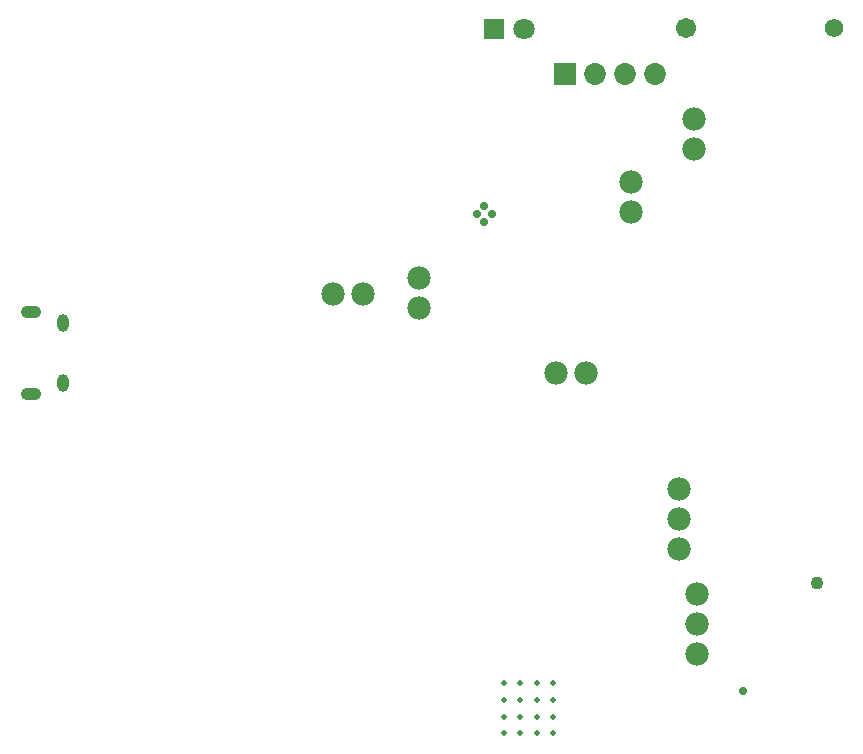
<source format=gbs>
G04*
G04 #@! TF.GenerationSoftware,Altium Limited,Altium Designer,23.1.1 (15)*
G04*
G04 Layer_Color=16711935*
%FSLAX44Y44*%
%MOMM*%
G71*
G04*
G04 #@! TF.SameCoordinates,8BC828A1-C8E0-4588-AEB6-AA5E87443106*
G04*
G04*
G04 #@! TF.FilePolarity,Negative*
G04*
G01*
G75*
%ADD121C,1.8532*%
%ADD122R,1.8532X1.8532*%
%ADD123C,1.5682*%
%ADD124C,1.7032*%
%ADD125C,1.9812*%
%ADD126R,1.8032X1.8032*%
%ADD127C,1.8032*%
%ADD128O,1.7532X1.0160*%
%ADD129O,1.0160X1.5032*%
%ADD130C,0.7032*%
%ADD131C,1.1000*%
%ADD160C,0.5000*%
D121*
X542290Y701292D02*
D03*
X516890D02*
D03*
X491490D02*
D03*
D122*
X466090D02*
D03*
D123*
X693168Y740219D02*
D03*
D124*
X568168D02*
D03*
D125*
X575181Y637687D02*
D03*
Y663087D02*
D03*
X342138Y528320D02*
D03*
Y502920D02*
D03*
X458470Y448310D02*
D03*
X483870D02*
D03*
X521601Y609613D02*
D03*
Y584213D02*
D03*
X269748Y514987D02*
D03*
X295148D02*
D03*
X577481Y210058D02*
D03*
Y260858D02*
D03*
Y235458D02*
D03*
X562356Y299212D02*
D03*
Y350012D02*
D03*
Y324612D02*
D03*
D126*
X405892Y739140D02*
D03*
D127*
X431292D02*
D03*
D128*
X13640Y430120D02*
D03*
Y500120D02*
D03*
D129*
X40640Y440120D02*
D03*
Y490120D02*
D03*
D130*
X404010Y582812D02*
D03*
X391010Y582812D02*
D03*
X397510Y576312D02*
D03*
Y589313D02*
D03*
X616204Y178870D02*
D03*
D131*
X679227Y270016D02*
D03*
D160*
X441813Y157296D02*
D03*
X427447Y157296D02*
D03*
Y171296D02*
D03*
X441813Y171296D02*
D03*
Y185296D02*
D03*
X413984D02*
D03*
Y171296D02*
D03*
Y143296D02*
D03*
X427447D02*
D03*
X441813D02*
D03*
X455563Y171293D02*
D03*
Y157296D02*
D03*
Y143296D02*
D03*
X427447Y185296D02*
D03*
X455563D02*
D03*
X413984Y156926D02*
D03*
M02*

</source>
